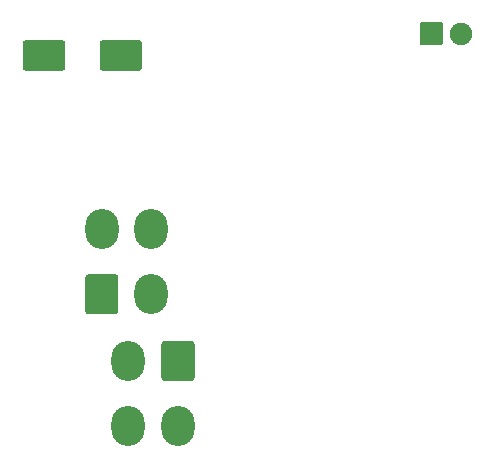
<source format=gbr>
%TF.GenerationSoftware,KiCad,Pcbnew,(5.1.10)-1*%
%TF.CreationDate,2021-11-16T18:01:45+11:00*%
%TF.ProjectId,Landing Gear Panel PCB V2,4c616e64-696e-4672-9047-656172205061,rev?*%
%TF.SameCoordinates,Original*%
%TF.FileFunction,Soldermask,Bot*%
%TF.FilePolarity,Negative*%
%FSLAX46Y46*%
G04 Gerber Fmt 4.6, Leading zero omitted, Abs format (unit mm)*
G04 Created by KiCad (PCBNEW (5.1.10)-1) date 2021-11-16 18:01:45*
%MOMM*%
%LPD*%
G01*
G04 APERTURE LIST*
%ADD10O,2.800000X3.400000*%
%ADD11C,1.900000*%
G04 APERTURE END LIST*
D10*
%TO.C,J2*%
X85450000Y-65500000D03*
X81250000Y-65500000D03*
X85450000Y-71000000D03*
G36*
G01*
X79850000Y-72440740D02*
X79850000Y-69559260D01*
G75*
G02*
X80109260Y-69300000I259260J0D01*
G01*
X82390740Y-69300000D01*
G75*
G02*
X82650000Y-69559260I0J-259260D01*
G01*
X82650000Y-72440740D01*
G75*
G02*
X82390740Y-72700000I-259260J0D01*
G01*
X80109260Y-72700000D01*
G75*
G02*
X79850000Y-72440740I0J259260D01*
G01*
G37*
%TD*%
%TO.C,J1*%
X83500000Y-82150000D03*
X87700000Y-82150000D03*
X83500000Y-76650000D03*
G36*
G01*
X89100000Y-75209260D02*
X89100000Y-78090740D01*
G75*
G02*
X88840740Y-78350000I-259260J0D01*
G01*
X86559260Y-78350000D01*
G75*
G02*
X86300000Y-78090740I0J259260D01*
G01*
X86300000Y-75209260D01*
G75*
G02*
X86559260Y-74950000I259260J0D01*
G01*
X88840740Y-74950000D01*
G75*
G02*
X89100000Y-75209260I0J-259260D01*
G01*
G37*
%TD*%
D11*
%TO.C,D24*%
X111684000Y-48920400D03*
G36*
G01*
X108194000Y-49820400D02*
X108194000Y-48020400D01*
G75*
G02*
X108244000Y-47970400I50000J0D01*
G01*
X110044000Y-47970400D01*
G75*
G02*
X110094000Y-48020400I0J-50000D01*
G01*
X110094000Y-49820400D01*
G75*
G02*
X110044000Y-49870400I-50000J0D01*
G01*
X108244000Y-49870400D01*
G75*
G02*
X108194000Y-49820400I0J50000D01*
G01*
G37*
%TD*%
%TO.C,C1*%
G36*
G01*
X81053600Y-51814600D02*
X81053600Y-49734600D01*
G75*
G02*
X81313600Y-49474600I260000J0D01*
G01*
X84393600Y-49474600D01*
G75*
G02*
X84653600Y-49734600I0J-260000D01*
G01*
X84653600Y-51814600D01*
G75*
G02*
X84393600Y-52074600I-260000J0D01*
G01*
X81313600Y-52074600D01*
G75*
G02*
X81053600Y-51814600I0J260000D01*
G01*
G37*
G36*
G01*
X74553600Y-51814600D02*
X74553600Y-49734600D01*
G75*
G02*
X74813600Y-49474600I260000J0D01*
G01*
X77893600Y-49474600D01*
G75*
G02*
X78153600Y-49734600I0J-260000D01*
G01*
X78153600Y-51814600D01*
G75*
G02*
X77893600Y-52074600I-260000J0D01*
G01*
X74813600Y-52074600D01*
G75*
G02*
X74553600Y-51814600I0J260000D01*
G01*
G37*
%TD*%
M02*

</source>
